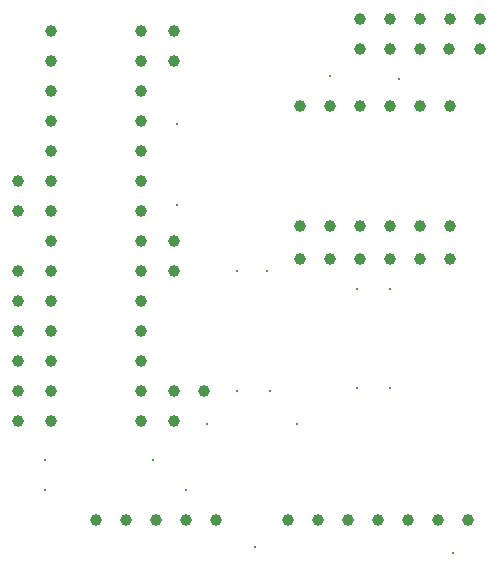
<source format=gbr>
G04 Generated by Ultiboard 13.0 *
%FSLAX34Y34*%
%MOMM*%

%ADD11C,0.1778*%
%ADD12C,1.0000*%


G04 ColorRGB 000000 for the following layer *
%LNDrill-Copper Top-Copper Bottom*%
%LPD*%
G54D11*
X294640Y73660D03*
X462280Y68580D03*
X236220Y121920D03*
X116840Y121920D03*
X116840Y147320D03*
X208280Y147320D03*
X254000Y177800D03*
X330200Y177800D03*
X279400Y307340D03*
X279400Y205740D03*
X304800Y307340D03*
X307340Y205740D03*
X381000Y292100D03*
X381000Y208280D03*
X408940Y292100D03*
X408940Y208280D03*
X228600Y363220D03*
X228600Y431800D03*
X416560Y469900D03*
X358140Y472440D03*
G54D12*
X261620Y96520D03*
X210820Y96520D03*
X185674Y96520D03*
X236220Y96520D03*
X160020Y96520D03*
X474980Y96520D03*
X449580Y96520D03*
X424180Y96520D03*
X398780Y96520D03*
X373380Y96520D03*
X347980Y96520D03*
X322580Y96520D03*
X93980Y180340D03*
X93980Y205740D03*
X93980Y231140D03*
X93980Y256540D03*
X93980Y281940D03*
X93980Y307340D03*
X122020Y510540D03*
X122020Y485140D03*
X122020Y459740D03*
X122020Y434340D03*
X122020Y408940D03*
X122020Y383540D03*
X122020Y358140D03*
X122020Y332740D03*
X122020Y307340D03*
X122020Y281940D03*
X122020Y256540D03*
X122020Y231140D03*
X122020Y205740D03*
X122020Y180340D03*
X198020Y510540D03*
X198020Y485140D03*
X198020Y459740D03*
X198020Y434340D03*
X198020Y408940D03*
X198020Y383540D03*
X198020Y358140D03*
X198020Y332740D03*
X198020Y307340D03*
X198020Y281940D03*
X198020Y256540D03*
X198020Y231140D03*
X198020Y205740D03*
X198020Y180340D03*
X226060Y180340D03*
X226060Y205740D03*
X251460Y205740D03*
X226060Y332740D03*
X226060Y307340D03*
X408940Y345440D03*
X408940Y447040D03*
X459740Y447040D03*
X434340Y447040D03*
X358140Y447040D03*
X358140Y345440D03*
X434340Y345440D03*
X459740Y345440D03*
X383540Y447040D03*
X383540Y345440D03*
X332740Y447040D03*
X332740Y345440D03*
X434340Y317500D03*
X332740Y317500D03*
X358140Y317500D03*
X383540Y317500D03*
X459740Y317500D03*
X408940Y317500D03*
X93980Y358140D03*
X93980Y383540D03*
X226060Y510540D03*
X226060Y485140D03*
X383540Y495300D03*
X459486Y495300D03*
X434340Y495300D03*
X408940Y495300D03*
X485140Y495300D03*
X459740Y520700D03*
X383540Y520700D03*
X408940Y520700D03*
X434340Y520700D03*
X485140Y520700D03*

M02*

</source>
